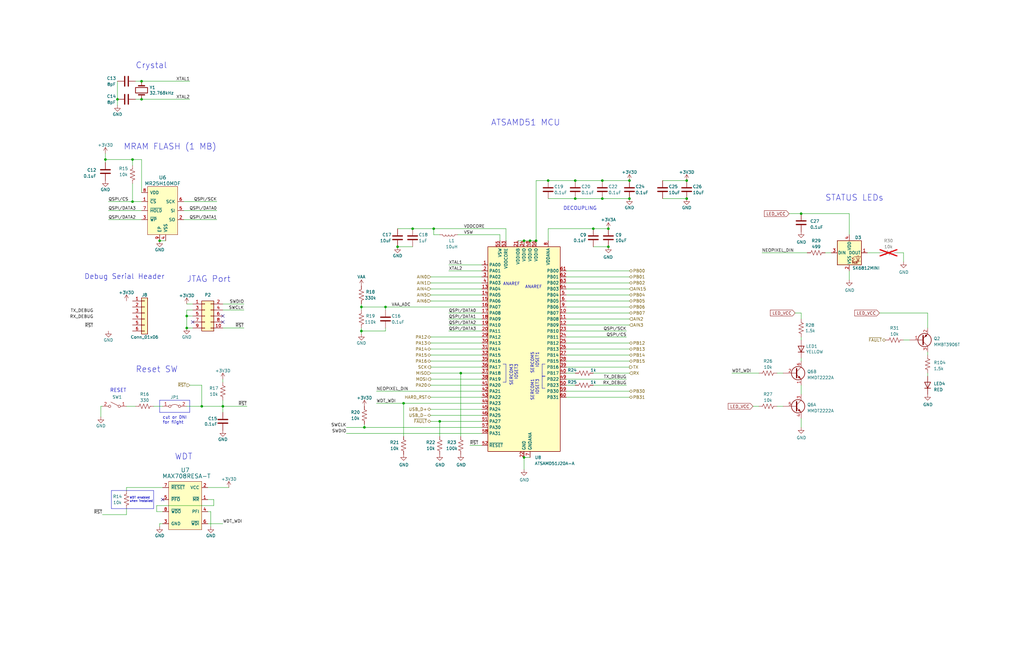
<source format=kicad_sch>
(kicad_sch (version 20230121) (generator eeschema)
  (paper "B")
  (junction (at 93.98 171.45))
  (junction (at 289.56 83.82))
  (junction (at 78.74 133.35))
  (junction (at 167.64 104.14))
  (junction (at 226.06 101.6))
  (junction (at 85.09 171.45))
  (junction (at 337.82 90.17))
  (junction (at 256.54 96.52))
  (junction (at 59.69 34.29))
  (junction (at 242.57 76.2))
  (junction (at 162.56 129.54))
  (junction (at 254 76.2))
  (junction (at 256.54 104.14))
  (junction (at 173.99 96.52))
  (junction (at 55.88 67.31))
  (junction (at 231.14 76.2))
  (junction (at 152.4 139.7))
  (junction (at 289.56 76.2))
  (junction (at 44.45 67.31))
  (junction (at 59.69 41.91))
  (junction (at 223.52 101.6))
  (junction (at 242.57 83.82))
  (junction (at 78.74 138.43))
  (junction (at 250.19 96.52))
  (junction (at 254 83.82))
  (junction (at 194.31 157.48))
  (junction (at 153.67 180.34))
  (junction (at 220.98 101.6))
  (junction (at 152.4 129.54))
  (junction (at 185.42 177.8))
  (junction (at 182.88 96.52))
  (junction (at 67.31 101.6))
  (junction (at 55.88 85.09))
  (junction (at 265.43 76.2))
  (junction (at 170.18 170.18))
  (junction (at 49.53 41.91))
  (junction (at 220.98 193.04))
  (junction (at 265.43 83.82))
  (no_connect (at 93.98 133.35))
  (no_connect (at 68.58 210.82))
  (no_connect (at 81.28 135.89))
  (no_connect (at 93.98 135.89))
  (wire (pts (xy 162.56 129.54) (xy 162.56 130.81)))
  (wire (pts (xy 181.61 175.26) (xy 203.2 175.26)))
  (wire (pts (xy 238.76 167.64) (xy 265.43 167.64)))
  (wire (pts (xy 337.82 151.13) (xy 337.82 152.4)))
  (polyline (pts (xy 67.31 168.91) (xy 80.01 168.91)))
  (wire (pts (xy 44.45 64.77) (xy 44.45 67.31)))
  (wire (pts (xy 242.57 76.2) (xy 254 76.2)))
  (wire (pts (xy 238.76 152.4) (xy 265.43 152.4)))
  (polyline (pts (xy 80.01 168.91) (xy 80.01 173.99)))
  (wire (pts (xy 93.98 138.43) (xy 102.87 138.43)))
  (wire (pts (xy 321.31 106.68) (xy 340.36 106.68)))
  (wire (pts (xy 238.76 165.1) (xy 265.43 165.1)))
  (wire (pts (xy 181.61 177.8) (xy 185.42 177.8)))
  (wire (pts (xy 223.52 101.6) (xy 226.06 101.6)))
  (wire (pts (xy 93.98 128.27) (xy 102.87 128.27)))
  (wire (pts (xy 279.4 76.2) (xy 289.56 76.2)))
  (polyline (pts (xy 228.6 153.67) (xy 228.6 157.48)))
  (wire (pts (xy 226.06 101.6) (xy 226.06 76.2)))
  (wire (pts (xy 43.18 217.17) (xy 53.34 217.17)))
  (wire (pts (xy 181.61 142.24) (xy 203.2 142.24)))
  (wire (pts (xy 152.4 139.7) (xy 152.4 140.97)))
  (wire (pts (xy 80.01 162.56) (xy 85.09 162.56)))
  (wire (pts (xy 238.76 147.32) (xy 265.43 147.32)))
  (wire (pts (xy 335.28 132.08) (xy 337.82 132.08)))
  (wire (pts (xy 55.88 85.09) (xy 59.69 85.09)))
  (wire (pts (xy 391.16 132.08) (xy 391.16 138.43)))
  (wire (pts (xy 332.74 90.17) (xy 337.82 90.17)))
  (wire (pts (xy 53.34 207.01) (xy 53.34 205.74)))
  (wire (pts (xy 173.99 96.52) (xy 167.64 96.52)))
  (wire (pts (xy 44.45 68.58) (xy 44.45 67.31)))
  (wire (pts (xy 220.98 193.04) (xy 220.98 198.12)))
  (wire (pts (xy 238.76 114.3) (xy 265.43 114.3)))
  (wire (pts (xy 381 143.51) (xy 383.54 143.51)))
  (polyline (pts (xy 228.6 163.83) (xy 229.87 163.83)))
  (wire (pts (xy 158.75 170.18) (xy 170.18 170.18)))
  (wire (pts (xy 238.76 149.86) (xy 265.43 149.86)))
  (wire (pts (xy 238.76 132.08) (xy 265.43 132.08)))
  (wire (pts (xy 250.19 157.48) (xy 265.43 157.48)))
  (wire (pts (xy 365.76 106.68) (xy 370.84 106.68)))
  (wire (pts (xy 55.88 77.47) (xy 55.88 85.09)))
  (wire (pts (xy 238.76 144.78) (xy 265.43 144.78)))
  (wire (pts (xy 182.88 96.52) (xy 213.36 96.52)))
  (wire (pts (xy 337.82 143.51) (xy 337.82 142.24)))
  (wire (pts (xy 88.9 215.9) (xy 87.63 215.9)))
  (wire (pts (xy 185.42 177.8) (xy 203.2 177.8)))
  (wire (pts (xy 53.34 205.74) (xy 68.58 205.74)))
  (wire (pts (xy 57.15 41.91) (xy 59.69 41.91)))
  (wire (pts (xy 238.76 162.56) (xy 242.57 162.56)))
  (polyline (pts (xy 228.6 162.56) (xy 228.6 163.83)))
  (wire (pts (xy 93.98 220.98) (xy 87.63 220.98)))
  (wire (pts (xy 93.98 160.02) (xy 93.98 161.29)))
  (polyline (pts (xy 67.31 173.99) (xy 80.01 173.99)))
  (wire (pts (xy 59.69 67.31) (xy 59.69 81.28)))
  (wire (pts (xy 181.61 116.84) (xy 203.2 116.84)))
  (wire (pts (xy 181.61 147.32) (xy 203.2 147.32)))
  (wire (pts (xy 391.16 157.48) (xy 391.16 158.75)))
  (wire (pts (xy 182.88 96.52) (xy 182.88 99.06)))
  (wire (pts (xy 55.88 67.31) (xy 55.88 69.85)))
  (wire (pts (xy 181.61 119.38) (xy 203.2 119.38)))
  (wire (pts (xy 67.31 220.98) (xy 67.31 222.25)))
  (wire (pts (xy 173.99 104.14) (xy 167.64 104.14)))
  (wire (pts (xy 231.14 83.82) (xy 242.57 83.82)))
  (wire (pts (xy 265.43 134.62) (xy 238.76 134.62)))
  (wire (pts (xy 181.61 124.46) (xy 203.2 124.46)))
  (wire (pts (xy 85.09 171.45) (xy 93.98 171.45)))
  (wire (pts (xy 170.18 184.15) (xy 170.18 170.18)))
  (polyline (pts (xy 228.6 158.75) (xy 229.87 158.75)))
  (wire (pts (xy 57.15 34.29) (xy 59.69 34.29)))
  (wire (pts (xy 327.66 157.48) (xy 330.2 157.48)))
  (wire (pts (xy 220.98 101.6) (xy 223.52 101.6)))
  (wire (pts (xy 213.36 101.6) (xy 213.36 96.52)))
  (wire (pts (xy 53.34 217.17) (xy 53.34 214.63)))
  (wire (pts (xy 181.61 160.02) (xy 203.2 160.02)))
  (wire (pts (xy 53.34 171.45) (xy 57.15 171.45)))
  (polyline (pts (xy 64.77 214.63) (xy 46.99 214.63)))
  (wire (pts (xy 66.04 215.9) (xy 66.04 213.36)))
  (wire (pts (xy 182.88 99.06) (xy 185.42 99.06)))
  (wire (pts (xy 238.76 119.38) (xy 265.43 119.38)))
  (wire (pts (xy 78.74 171.45) (xy 85.09 171.45)))
  (wire (pts (xy 78.74 130.81) (xy 78.74 133.35)))
  (wire (pts (xy 220.98 193.04) (xy 223.52 193.04)))
  (wire (pts (xy 378.46 106.68) (xy 381 106.68)))
  (wire (pts (xy 77.47 88.9) (xy 91.44 88.9)))
  (wire (pts (xy 210.82 99.06) (xy 210.82 101.6)))
  (wire (pts (xy 78.74 128.27) (xy 81.28 128.27)))
  (wire (pts (xy 250.19 96.52) (xy 256.54 96.52)))
  (wire (pts (xy 49.53 41.91) (xy 49.53 44.45)))
  (wire (pts (xy 45.72 92.71) (xy 59.69 92.71)))
  (polyline (pts (xy 46.99 214.63) (xy 46.99 207.01)))
  (wire (pts (xy 64.77 171.45) (xy 68.58 171.45)))
  (wire (pts (xy 146.05 180.34) (xy 153.67 180.34)))
  (wire (pts (xy 42.545 171.45) (xy 43.18 171.45)))
  (wire (pts (xy 45.72 88.9) (xy 59.69 88.9)))
  (wire (pts (xy 55.88 67.31) (xy 59.69 67.31)))
  (wire (pts (xy 256.54 104.14) (xy 250.19 104.14)))
  (wire (pts (xy 337.82 162.56) (xy 337.82 166.37)))
  (wire (pts (xy 90.17 213.36) (xy 90.17 210.82)))
  (wire (pts (xy 381 106.68) (xy 381 110.49)))
  (wire (pts (xy 66.04 215.9) (xy 68.58 215.9)))
  (wire (pts (xy 317.5 171.45) (xy 320.04 171.45)))
  (wire (pts (xy 78.74 133.35) (xy 81.28 133.35)))
  (wire (pts (xy 250.19 162.56) (xy 264.16 162.56)))
  (wire (pts (xy 67.31 101.6) (xy 69.85 101.6)))
  (polyline (pts (xy 228.6 158.75) (xy 228.6 162.56)))
  (wire (pts (xy 44.45 67.31) (xy 55.88 67.31)))
  (wire (pts (xy 181.61 121.92) (xy 203.2 121.92)))
  (wire (pts (xy 189.23 134.62) (xy 203.2 134.62)))
  (wire (pts (xy 238.76 157.48) (xy 242.57 157.48)))
  (wire (pts (xy 152.4 129.54) (xy 162.56 129.54)))
  (wire (pts (xy 81.28 130.81) (xy 78.74 130.81)))
  (wire (pts (xy 153.67 179.07) (xy 153.67 180.34)))
  (wire (pts (xy 370.84 132.08) (xy 391.16 132.08)))
  (wire (pts (xy 162.56 138.43) (xy 162.56 139.7)))
  (wire (pts (xy 181.61 152.4) (xy 203.2 152.4)))
  (wire (pts (xy 238.76 160.02) (xy 264.16 160.02)))
  (wire (pts (xy 238.76 154.94) (xy 265.43 154.94)))
  (wire (pts (xy 88.9 215.9) (xy 88.9 222.25)))
  (polyline (pts (xy 228.6 153.67) (xy 229.87 153.67)))
  (wire (pts (xy 170.18 170.18) (xy 203.2 170.18)))
  (polyline (pts (xy 228.6 158.75) (xy 229.87 158.75)))
  (wire (pts (xy 93.98 173.99) (xy 93.98 171.45)))
  (wire (pts (xy 279.4 83.82) (xy 289.56 83.82)))
  (wire (pts (xy 181.61 154.94) (xy 203.2 154.94)))
  (wire (pts (xy 358.14 90.17) (xy 358.14 99.06)))
  (wire (pts (xy 337.82 132.08) (xy 337.82 134.62)))
  (wire (pts (xy 238.76 116.84) (xy 265.43 116.84)))
  (wire (pts (xy 238.76 127) (xy 265.43 127)))
  (wire (pts (xy 152.4 138.43) (xy 152.4 139.7)))
  (wire (pts (xy 181.61 127) (xy 203.2 127)))
  (wire (pts (xy 238.76 124.46) (xy 265.43 124.46)))
  (wire (pts (xy 358.14 114.3) (xy 358.14 118.11)))
  (wire (pts (xy 198.12 187.96) (xy 203.2 187.96)))
  (wire (pts (xy 181.61 157.48) (xy 194.31 157.48)))
  (wire (pts (xy 152.4 129.54) (xy 152.4 130.81)))
  (polyline (pts (xy 212.09 161.29) (xy 213.36 161.29)))
  (wire (pts (xy 49.53 34.29) (xy 49.53 41.91)))
  (wire (pts (xy 238.76 129.54) (xy 265.43 129.54)))
  (wire (pts (xy 87.63 210.82) (xy 90.17 210.82)))
  (wire (pts (xy 93.98 168.91) (xy 93.98 171.45)))
  (wire (pts (xy 189.23 111.76) (xy 203.2 111.76)))
  (wire (pts (xy 189.23 132.08) (xy 203.2 132.08)))
  (wire (pts (xy 162.56 129.54) (xy 203.2 129.54)))
  (polyline (pts (xy 67.31 173.99) (xy 67.31 168.91)))
  (wire (pts (xy 78.74 138.43) (xy 81.28 138.43)))
  (wire (pts (xy 231.14 101.6) (xy 231.14 96.52)))
  (wire (pts (xy 308.61 157.48) (xy 320.04 157.48)))
  (wire (pts (xy 254 76.2) (xy 265.43 76.2)))
  (wire (pts (xy 87.63 205.74) (xy 96.52 205.74)))
  (wire (pts (xy 146.05 182.88) (xy 203.2 182.88)))
  (wire (pts (xy 93.98 130.81) (xy 102.87 130.81)))
  (wire (pts (xy 242.57 83.82) (xy 254 83.82)))
  (wire (pts (xy 78.74 133.35) (xy 78.74 138.43)))
  (wire (pts (xy 181.61 149.86) (xy 203.2 149.86)))
  (wire (pts (xy 181.61 167.64) (xy 203.2 167.64)))
  (wire (pts (xy 189.23 139.7) (xy 203.2 139.7)))
  (wire (pts (xy 189.23 114.3) (xy 203.2 114.3)))
  (polyline (pts (xy 212.09 153.67) (xy 213.36 153.67)))
  (wire (pts (xy 231.14 76.2) (xy 242.57 76.2)))
  (wire (pts (xy 181.61 172.72) (xy 203.2 172.72)))
  (wire (pts (xy 162.56 139.7) (xy 152.4 139.7)))
  (wire (pts (xy 185.42 177.8) (xy 185.42 184.15)))
  (wire (pts (xy 231.14 96.52) (xy 250.19 96.52)))
  (wire (pts (xy 337.82 90.17) (xy 358.14 90.17)))
  (wire (pts (xy 238.76 139.7) (xy 264.16 139.7)))
  (wire (pts (xy 218.44 101.6) (xy 220.98 101.6)))
  (polyline (pts (xy 46.99 207.01) (xy 64.77 207.01)))
  (wire (pts (xy 67.31 220.98) (xy 68.58 220.98)))
  (polyline (pts (xy 228.6 157.48) (xy 228.6 158.75)))
  (wire (pts (xy 45.72 85.09) (xy 55.88 85.09)))
  (wire (pts (xy 77.47 92.71) (xy 91.44 92.71)))
  (wire (pts (xy 254 83.82) (xy 265.43 83.82)))
  (wire (pts (xy 66.04 213.36) (xy 90.17 213.36)))
  (wire (pts (xy 42.545 171.45) (xy 42.545 175.895)))
  (wire (pts (xy 152.4 128.27) (xy 152.4 129.54)))
  (wire (pts (xy 158.75 165.1) (xy 203.2 165.1)))
  (wire (pts (xy 391.16 149.86) (xy 391.16 148.59)))
  (polyline (pts (xy 213.36 153.67) (xy 213.36 161.29)))
  (wire (pts (xy 181.61 162.56) (xy 203.2 162.56)))
  (wire (pts (xy 77.47 85.09) (xy 91.44 85.09)))
  (wire (pts (xy 59.69 34.29) (xy 80.01 34.29)))
  (wire (pts (xy 182.88 96.52) (xy 173.99 96.52)))
  (wire (pts (xy 347.98 106.68) (xy 350.52 106.68)))
  (wire (pts (xy 193.04 99.06) (xy 210.82 99.06)))
  (wire (pts (xy 153.67 180.34) (xy 203.2 180.34)))
  (wire (pts (xy 238.76 137.16) (xy 265.43 137.16)))
  (wire (pts (xy 189.23 137.16) (xy 203.2 137.16)))
  (polyline (pts (xy 64.77 207.01) (xy 64.77 214.63)))
  (wire (pts (xy 181.61 144.78) (xy 203.2 144.78)))
  (wire (pts (xy 59.69 41.91) (xy 80.01 41.91)))
  (wire (pts (xy 194.31 157.48) (xy 203.2 157.48)))
  (wire (pts (xy 226.06 76.2) (xy 231.14 76.2)))
  (wire (pts (xy 337.82 176.53) (xy 337.82 180.34)))
  (wire (pts (xy 85.09 162.56) (xy 85.09 171.45)))
  (wire (pts (xy 327.66 171.45) (xy 330.2 171.45)))
  (wire (pts (xy 238.76 142.24) (xy 264.16 142.24)))
  (wire (pts (xy 238.76 121.92) (xy 265.43 121.92)))
  (wire (pts (xy 194.31 157.48) (xy 194.31 184.15)))
  (wire (pts (xy 93.98 171.45) (xy 104.14 171.45)))
  (text "Reset SW" (at 57.15 157.48 0) (effects (font (size 2.54 2.54)) (justify left bottom)))
  (text "STATUS LEDs" (at 347.98 85.09 0) (effects (font (size 2.54 2.54)) (justify left bottom)))
  (text "Crystal" (at 57.15 29.21 0) (effects (font (size 2.54 2.54)) (justify left bottom)))
  (text "DECOUPLING\n" (at 237.49 88.9 0) (effects (font (size 1.4986 1.4986)) (justify left bottom)))
  (text "SERCOM5\nIOSET1" (at 227.33 148.59 90) (effects (font (size 1.27 1.27)) (justify right bottom)))
  (text "JTAG Port" (at 78.74 119.38 0) (effects (font (size 2.54 2.54)) (justify left bottom)))
  (text "RESET" (at 46.355 165.735 0) (effects (font (size 1.4986 1.4986)) (justify left bottom)))
  (text "ATSAMD51 MCU" (at 207.01 53.34 0) (effects (font (size 2.54 2.54)) (justify left bottom)))
  (text "MRAM FLASH (1 MB)" (at 52.07 63.5 0) (effects (font (size 2.54 2.54)) (justify left bottom)))
  (text "SERCOM1\nIOSET3" (at 227.33 160.02 90) (effects (font (size 1.27 1.27)) (justify right bottom)))
  (text "WDT" (at 73.66 194.31 0) (effects (font (size 2.54 2.54)) (justify left bottom)))
  (text "cut or DNI \nfor flight" (at 68.58 179.07 0) (effects (font (size 1.27 1.27)) (justify left bottom)))
  (text "ANAREF" (at 212.09 120.65 0) (effects (font (size 1.27 1.27)) (justify left bottom)))
  (text "WDT enabled\nwhen installed" (at 54.61 212.09 0) (effects (font (size 0.889 0.889)) (justify left bottom)))
  (text "SERCOM3\nIOSET3" (at 218.44 153.67 90) (effects (font (size 1.27 1.27)) (justify right bottom)))
  (text "ANAREF" (at 228.6 121.92 0) (effects (font (size 1.27 1.27)) (justify right bottom)))
  (text "Debug Serial Header" (at 35.56 118.11 0) (effects (font (size 2.159 2.159)) (justify left bottom)))
  (label "~{RST}" (at 43.18 217.17 180))
  (label "NEOPIXEL_DIN" (at 158.75 165.1 0))
  (label "QSPI{slash}CS" (at 45.72 85.09 0))
  (label "WDT_WDI" (at 93.98 220.98 0))
  (label "RX_DEBUG" (at 39.37 134.62 180))
  (label "WDT_WDI" (at 158.75 170.18 0))
  (label "~{RST}" (at 39.37 138.43 180))
  (label "WDT_WDI" (at 308.61 157.48 0))
  (label "XTAL1" (at 189.23 111.76 0))
  (label "QSPI{slash}DATA1" (at 91.44 92.71 180))
  (label "QSPI{slash}DATA0" (at 189.23 132.08 0))
  (label "~{RST}" (at 104.14 171.45 180))
  (label "VDDCORE" (at 195.58 96.52 0))
  (label "QSPI{slash}DATA3" (at 45.72 88.9 0))
  (label "XTAL2" (at 189.23 114.3 0))
  (label "~{RST}" (at 102.87 138.43 180))
  (label "SWDIO" (at 146.05 182.88 180))
  (label "QSPI{slash}DATA3" (at 189.23 139.7 0))
  (label "RX_DEBUG" (at 264.16 162.56 180))
  (label "QSPI{slash}DATA2" (at 45.72 92.71 0))
  (label "QSPI{slash}CS" (at 264.16 142.24 180))
  (label "XTAL1" (at 80.01 34.29 180))
  (label "SWDIO" (at 102.87 128.27 180))
  (label "XTAL2" (at 80.01 41.91 180))
  (label "VSW" (at 195.58 99.06 0))
  (label "QSPI{slash}DATA1" (at 189.23 134.62 0))
  (label "~{RST}" (at 198.12 187.96 0))
  (label "QSPI{slash}SCK" (at 91.44 85.09 180))
  (label "QSPI{slash}DATA0" (at 91.44 88.9 180))
  (label "VAA_ADC" (at 165.1 129.54 0))
  (label "SWCLK" (at 146.05 180.34 180))
  (label "SWCLK" (at 102.87 130.81 180))
  (label "TX_DEBUG" (at 39.37 132.08 180))
  (label "QSPI{slash}DATA2" (at 189.23 137.16 0))
  (label "NEOPIXEL_DIN" (at 321.31 106.68 0))
  (label "QSPI{slash}SCK" (at 264.16 139.7 180))
  (label "TX_DEBUG" (at 264.16 160.02 180))
  (global_label "LED_VCC" (shape input) (at 317.5 171.45 180) (property "Intersheetrefs" "${INTERSHEET_REFS}" (effects hide)))
  (global_label "LED_VCC" (shape input) (at 332.74 90.17 180) (property "Intersheetrefs" "${INTERSHEET_REFS}" (effects hide)))
  (global_label "LED_VCC" (shape input) (at 370.84 132.08 180) (property "Intersheetrefs" "${INTERSHEET_REFS}" (effects hide)))
  (global_label "LED_VCC" (shape input) (at 335.28 132.08 180) (property "Intersheetrefs" "${INTERSHEET_REFS}" (effects hide)))
  (hierarchical_label "PA12" (shape bidirectional) (at 181.61 142.24 180))
  (hierarchical_label "AIN4" (shape input) (at 181.61 121.92 180))
  (hierarchical_label "PB00" (shape bidirectional) (at 265.43 114.3 0))
  (hierarchical_label "RX" (shape input) (at 265.43 157.48 0))
  (hierarchical_label "AIN3" (shape input) (at 265.43 137.16 0))
  (hierarchical_label "PB05" (shape bidirectional) (at 265.43 127 0))
  (hierarchical_label "PA14" (shape bidirectional) (at 181.61 147.32 180))
  (hierarchical_label "PB31" (shape bidirectional) (at 265.43 167.64 0))
  (hierarchical_label "PB06" (shape bidirectional) (at 265.43 129.54 0))
  (hierarchical_label "PB30" (shape bidirectional) (at 265.43 165.1 0))
  (hierarchical_label "PB07" (shape bidirectional) (at 265.43 132.08 0))
  (hierarchical_label "~{FAULT}" (shape bidirectional) (at 373.38 143.51 180))
  (hierarchical_label "PB15" (shape bidirectional) (at 265.43 152.4 0))
  (hierarchical_label "PB04" (shape bidirectional) (at 265.43 124.46 0))
  (hierarchical_label "PB12" (shape bidirectional) (at 265.43 144.78 0))
  (hierarchical_label "SCK" (shape output) (at 181.61 154.94 180))
  (hierarchical_label "PA20" (shape bidirectional) (at 181.61 162.56 180))
  (hierarchical_label "USB_D+" (shape bidirectional) (at 181.61 172.72 180))
  (hierarchical_label "~{RST}" (shape input) (at 80.01 162.56 180))
  (hierarchical_label "PB14" (shape bidirectional) (at 265.43 149.86 0))
  (hierarchical_label "PA15" (shape bidirectional) (at 181.61 149.86 180))
  (hierarchical_label "MOSI" (shape output) (at 181.61 160.02 180))
  (hierarchical_label "PB02" (shape bidirectional) (at 265.43 119.38 0))
  (hierarchical_label "PB01" (shape bidirectional) (at 265.43 116.84 0))
  (hierarchical_label "PB13" (shape bidirectional) (at 265.43 147.32 0))
  (hierarchical_label "~{FAULT}" (shape bidirectional) (at 181.61 177.8 180))
  (hierarchical_label "USB_D-" (shape bidirectional) (at 181.61 175.26 180))
  (hierarchical_label "AIN15" (shape input) (at 265.43 121.92 0))
  (hierarchical_label "TX" (shape output) (at 265.43 154.94 0))
  (hierarchical_label "AIN1" (shape input) (at 181.61 119.38 180))
  (hierarchical_label "AIN0" (shape input) (at 181.61 116.84 180))
  (hierarchical_label "AIN2" (shape input) (at 265.43 134.62 0))
  (hierarchical_label "MISO" (shape input) (at 181.61 157.48 180))
  (hierarchical_label "PA13" (shape bidirectional) (at 181.61 144.78 180))
  (hierarchical_label "AIN5" (shape input) (at 181.61 124.46 180))
  (hierarchical_label "AIN6" (shape input) (at 181.61 127 180))
  (hierarchical_label "PA16" (shape bidirectional) (at 181.61 152.4 180))
  (hierarchical_label "HARD_RST" (shape bidirectional) (at 181.61 167.64 180))
  (symbol (lib_id "power:GND") (at 152.4 140.97 0) (mirror y) (unit 1)
    (property "Reference" "#PWR058" (effects hide))
    (property "Value" "GND" (at 152.4 144.78 0))
    (instances (project "magnetotorqer-drive-board" (path "" (reference "#PWR058") (unit 1))) (project "mainboard" (path "" (reference "#PWR029") (unit 1))))
  )
  (symbol (lib_id "Device:R_US") (at 377.19 143.51 270) (unit 1)
    (property "Reference" "R31" (at 377.19 138.43 90))
    (property "Value" "10k" (at 377.19 140.97 90))
    (property "Footprint" "Resistor_SMD:R_0402_1005Metric" (effects hide))
    (instances (project "magnetotorqer-drive-board" (path "" (reference "R31") (unit 1))) (project "mainboard" (path "" (reference "R5") (unit 1)) (path "" (reference "R39") (unit 1)) (path "" (reference "R281") (unit 1))))
  )
  (symbol (lib_id "Device:C") (at 167.64 100.33 0) (unit 1)
    (property "Reference" "C17" (at 165.1 99.06 0) (effects (justify right)))
    (property "Value" "10uF" (at 165.1 101.6 0) (effects (justify right)))
    (property "Footprint" "Capacitor_SMD:C_0805_2012Metric" (effects hide))
    (instances (project "magnetotorqer-drive-board" (path "" (reference "C17") (unit 1))) (project "mainboard" (path "" (reference "C23") (unit 1))))
  )
  (symbol (lib_id "Device:C") (at 279.4 80.01 0) (unit 1)
    (property "Reference" "C25" (at 281.94 78.74 0) (effects (justify left)))
    (property "Value" "10uF" (at 281.94 81.28 0) (effects (justify left)))
    (property "Footprint" "Capacitor_SMD:C_0805_2012Metric" (effects hide))
    (property "Mfr. Part No" "CGA4J1X7S1E106K125AE" (effects hide))
    (property "Manufacturer" "TDK" (effects hide))
    (property "Description" "CAP CER 10UF 25V X7S 0805" (effects hide))
    (instances (project "magnetotorqer-drive-board" (path "" (reference "C25") (unit 1))) (project "mainboard" (path "" (reference "C17") (unit 1))))
  )
  (symbol (lib_id "power:GND") (at 185.42 191.77 0) (unit 1)
    (property "Reference" "#PWR018" (effects hide))
    (property "Value" "GND" (at 185.547 196.1642 0))
    (instances (project "RP2040_minimal" (path "" (reference "#PWR018") (unit 1))) (project "magnetotorqer-drive-board" (path "" (reference "#PWR062") (unit 1))) (project "payload-interface-board" (path "" (reference "#PWR0101") (unit 1)) (path "" (reference "#PWR091") (unit 1))))
  )
  (symbol (lib_id "power:GND") (at 42.545 175.895 0) (unit 1)
    (property "Reference" "#PWR043" (effects hide))
    (property "Value" "GND" (at 42.545 179.705 0))
    (instances (project "magnetotorqer-drive-board" (path "" (reference "#PWR043") (unit 1))) (project "mainboard" (path "" (reference "#PWR025") (unit 1))) (project "payload-interface-board" (path "" (reference "#PWR0108") (unit 1)) (path "" (reference "#PWR088") (unit 1))))
  )
  (symbol (lib_id "Jumper:Jumper_2_Bridged") (at 73.66 171.45 0) (unit 1)
    (property "Reference" "JP1" (at 73.66 167.64 0))
    (property "Value" "Wire Cut Jumper" (effects hide))
    (property "Footprint" "Resistor_SMD:R_0603_1608Metric" (effects hide))
    (property "Mfr. Part No" "N/A" (effects hide))
    (property "Manufacturer" "N/A" (effects hide))
    (instances (project "magnetotorqer-drive-board" (path "" (reference "JP1") (unit 1))) (project "mainboard" (path "" (reference "JP1") (unit 1)) (path "" (reference "JP3") (unit 1))) (project "payload-interface-board" (path "" (reference "JP1") (unit 1)) (path "" (reference "JP3") (unit 1))))
  )
  (symbol (lib_id "Device:L") (at 189.23 99.06 270) (unit 1)
    (property "Reference" "L1" (at 190.5 101.6 90))
    (property "Value" "10uH" (at 190.5 104.14 90))
    (property "Footprint" "Inductor_SMD:L_1210_3225Metric" (effects hide))
    (property "Mfr. Part No" "BCL322520RT-100M-D" (effects hide))
    (property "Manufacturer" "TDK" (effects hide))
    (property "Description" "FIXED IND WW SHEILD 10UH 1.72A 230MOHM 1210" (effects hide))
  )
  (symbol (lib_id "Device:R_US") (at 246.38 157.48 90) (unit 1)
    (property "Reference" "R24" (at 241.3 156.21 90))
    (property "Value" "1k" (at 250.19 156.21 90))
    (property "Footprint" "Resistor_SMD:R_0603_1608Metric" (effects hide))
  )
  (symbol (lib_id "Device:R_US") (at 53.34 210.82 0) (mirror x) (unit 1)
    (property "Reference" "R14" (at 49.53 209.55 0))
    (property "Value" "10k" (at 49.53 212.09 0))
    (property "Footprint" "Resistor_SMD:R_0603_1608Metric" (effects hide))
    (instances (project "magnetotorqer-drive-board" (path "" (reference "R14") (unit 1))) (project "mainboard" (path "" (reference "R16") (unit 1))) (project "payload-interface-board" (path "" (reference "R16") (unit 1)) (path "" (reference "R122") (unit 1))))
  )
  (symbol (lib_id "power:GND") (at 67.31 101.6 0) (mirror y) (unit 1)
    (property "Reference" "#PWR049" (effects hide))
    (property "Value" "GND" (at 67.31 105.41 0))
    (instances (project "magnetotorqer-drive-board" (path "" (reference "#PWR049") (unit 1))) (project "mainboard" (path "" (reference "#PWR033") (unit 1))) (project "payload-interface-board" (path "" (reference "#PWR090") (unit 1)) (path "" (reference "#PWR083") (unit 1))))
  )
  (symbol (lib_id "Connector_Generic:Conn_02x05_Odd_Even") (at 86.36 133.35 0) (unit 1)
    (property "Reference" "P2" (at 87.63 124.46 0))
    (property "Value" "FTSH-105-01-F-DV-K-TR" (effects hide))
    (property "Footprint" "Connector_PinHeader_1.27mm:PinHeader_2x05_P1.27mm_Vertical_SMD" (effects hide))
    (property "Mfr. Part No" "FTSH-105-01-F-DV-K-TR" (effects hide))
    (property "Manufacturer" "Samtec" (effects hide))
    (property "Description" "CONN HEADER SMD 10POS 1.27MM" (effects hide))
    (instances (project "magnetotorqer-drive-board" (path "" (reference "P2") (unit 1))) (project "mainboard" (path "" (reference "P3") (unit 1))))
  )
  (symbol (lib_id "SierraLobo:+3V3D") (at 289.56 76.2 0) (unit 1)
    (property "Reference" "#PWR069" (effects hide))
    (property "Value" "+3V3D" (at 289.56 72.644 0))
    (instances (project "magnetotorqer-drive-board" (path "" (reference "#PWR069") (unit 1))) (project "mainboard" (path "" (reference "#SUPPLY012") (unit 1))))
  )
  (symbol (lib_id "Device:C") (at 242.57 80.01 0) (unit 1)
    (property "Reference" "C20" (at 245.11 78.74 0) (effects (justify left)))
    (property "Value" "0.1uF" (at 245.11 81.28 0) (effects (justify left)))
    (property "Footprint" "Capacitor_SMD:C_0603_1608Metric" (effects hide))
    (property "Mfr. Part No" "CGA2B3X7R1H104K050BE" (effects hide))
    (property "Manufacturer" "TDK" (effects hide))
    (property "Description" "CAP CER 0.1UF 50V X7R 0402" (effects hide))
    (instances (project "magnetotorqer-drive-board" (path "" (reference "C20") (unit 1))) (project "mainboard" (path "" (reference "C9") (unit 1))))
  )
  (symbol (lib_id "Device:R_US") (at 391.16 153.67 180) (unit 1)
    (property "Reference" "R104" (at 393.7 153.035 0) (effects (justify right)))
    (property "Value" "1.5k" (at 393.7 155.575 0) (effects (justify right)))
    (property "Footprint" "Resistor_SMD:R_0402_1005Metric" (effects hide))
    (instances (project "magnetotorqer-drive-board" (path "" (reference "R104") (unit 1)) (path "" (reference "R32") (unit 1))) (project "mainboard" (path "" (reference "R44") (unit 1)) (path "" (reference "R168") (unit 1))))
  )
  (symbol (lib_id "Device:R_US") (at 344.17 106.68 270) (unit 1)
    (property "Reference" "R29" (at 344.17 101.6 90))
    (property "Value" "499" (at 344.17 104.14 90))
    (property "Footprint" "Resistor_SMD:R_0603_1608Metric" (effects hide))
    (instances (project "magnetotorqer-drive-board" (path "" (reference "R29") (unit 1))) (project "payload-interface-board" (path "" (reference "R14") (unit 1)) (path "" (reference "R14") (unit 1)) (path "" (reference "R123") (unit 1))))
  )
  (symbol (lib_id "power:GND") (at 78.74 138.43 0) (unit 1)
    (property "Reference" "#PWR052" (effects hide))
    (property "Value" "GND" (at 78.74 142.24 0))
    (instances (project "magnetotorqer-drive-board" (path "" (reference "#PWR052") (unit 1))) (project "mainboard" (path "" (reference "#PWR038") (unit 1))))
  )
  (symbol (lib_id "Device:R_US") (at 323.85 171.45 270) (unit 1)
    (property "Reference" "R27" (at 323.85 166.37 90))
    (property "Value" "10k" (at 323.85 168.91 90))
    (property "Footprint" "Resistor_SMD:R_0402_1005Metric" (effects hide))
    (instances (project "magnetotorqer-drive-board" (path "" (reference "R27") (unit 1))) (project "mainboard" (path "" (reference "R5") (unit 1)) (path "" (reference "R39") (unit 1)) (path "" (reference "R281") (unit 1))))
  )
  (symbol (lib_id "SierraLobo:+3V3D") (at 44.45 64.77 0) (unit 1)
    (property "Reference" "#PWR044" (effects hide))
    (property "Value" "+3V3D" (at 44.45 61.214 0))
    (instances (project "magnetotorqer-drive-board" (path "" (reference "#PWR044") (unit 1))) (project "mainboard" (path "" (reference "#SUPPLY018") (unit 1))))
  )
  (symbol (lib_id "Device:R_US") (at 170.18 187.96 0) (unit 1)
    (property "Reference" "R21" (at 166.37 186.69 0))
    (property "Value" "10k" (at 166.37 189.23 0))
    (property "Footprint" "Resistor_SMD:R_0603_1608Metric" (effects hide))
    (instances (project "magnetotorqer-drive-board" (path "" (reference "R21") (unit 1))) (project "mainboard" (path "" (reference "R7") (unit 1))) (project "payload-interface-board" (path "" (reference "R7") (unit 1)) (path "" (reference "R103") (unit 1))))
  )
  (symbol (lib_id "Device:R_US") (at 152.4 134.62 0) (mirror y) (unit 1)
    (property "Reference" "R19" (at 156.21 133.35 0))
    (property "Value" "110k" (at 156.21 135.89 0))
    (property "Footprint" "Resistor_SMD:R_0603_1608Metric" (effects hide))
    (instances (project "magnetotorqer-drive-board" (path "" (reference "R19") (unit 1))) (project "mainboard" (path "" (reference "R7") (unit 1))) (project "payload-interface-board" (path "" (reference "R7") (unit 1)) (path "" (reference "R103") (unit 1))))
  )
  (symbol (lib_id "SierraLobo:MR25H10MDF") (at 68.58 78.74 0) (mirror y) (unit 1)
    (property "Reference" "U6" (at 68.58 74.93 0) (effects (font (size 1.4986 1.4986))))
    (property "Value" "MR25H10MDF" (at 68.58 77.47 0) (effects (font (size 1.4986 1.4986))))
    (property "Footprint" "Package_DFN_QFN:DFN-8-1EP_6x5mm_P1.27mm_EP2x2mm" (effects hide))
    (property "Manufacturer" "Everspin Technologies Inc." (effects hide))
    (property "Mfr. Part No" "MR25H10MDF" (effects hide))
    (property "Description" "IC RAM 1MBIT SPI 40MHZ 8DFN" (effects hide))
    (instances (project "magnetotorqer-drive-board" (path "" (reference "U6") (unit 1))) (project "payload-interface-board" (path "" (reference "U16") (unit 1)) (path "" (reference "U16") (unit 1))))
  )
  (symbol (lib_id "power:GND") (at 381 110.49 0) (unit 1)
    (property "Reference" "#PWR074" (effects hide))
    (property "Value" "GND" (at 381.127 114.8842 0))
    (instances (project "magnetotorqer-drive-board" (path "" (reference "#PWR074") (unit 1))) (project "payload-interface-board" (path "" (reference "#PWR031") (unit 1)) (path "" (reference "#PWR0119") (unit 1)) (path "" (reference "#PWR0103") (unit 1))))
  )
  (symbol (lib_id "power:GND") (at 45.72 139.7 0) (unit 1)
    (property "Reference" "#PWR046" (effects hide))
    (property "Value" "GND" (at 45.72 143.51 0))
    (instances (project "magnetotorqer-drive-board" (path "" (reference "#PWR046") (unit 1))) (project "mainboard" (path "" (reference "#PWR038") (unit 1))))
  )
  (symbol (lib_id "SierraLobo:MAX708RESA-T") (at 85.09 203.2 0) (mirror y) (unit 1)
    (property "Reference" "U7" (at 80.01 199.39 0) (effects (font (size 1.7526 1.7526)) (justify left bottom)))
    (property "Value" "MAX708RESA-T" (at 88.9 201.93 0) (effects (font (size 1.7526 1.7526)) (justify left bottom)))
    (property "Footprint" "Package_SO:SO-8_3.9x4.9mm_P1.27mm" (effects hide))
    (property "Mfr. Part No" "MAX708RESA-T" (effects hide))
    (property "Manufacturer" "Analog Devices/Maxim Integrated" (effects hide))
    (property "Description" "IC SUPERVISOR 1 CHANNEL 8SOIC" (effects hide))
    (instances (project "magnetotorqer-drive-board" (path "" (reference "U7") (unit 1))) (project "mainboard" (path "" (reference "U6") (unit 1))) (project "payload-interface-board" (path "" (reference "U6") (unit 1)) (path "" (reference "U19") (unit 1))))
  )
  (symbol (lib_id "Device:C") (at 254 80.01 0) (unit 1)
    (property "Reference" "C22" (at 256.54 78.74 0) (effects (justify left)))
    (property "Value" "0.1uF" (at 256.54 81.28 0) (effects (justify left)))
    (property "Footprint" "Capacitor_SMD:C_0603_1608Metric" (effects hide))
    (property "Mfr. Part No" "CGA2B3X7R1H104K050BE" (effects hide))
    (property "Manufacturer" "TDK" (effects hide))
    (property "Description" "CAP CER 0.1UF 50V X7R 0402" (effects hide))
    (instances (project "magnetotorqer-drive-board" (path "" (reference "C22") (unit 1))) (project "mainboard" (path "" (reference "C10") (unit 1))))
  )
  (symbol (lib_id "power:GND") (at 391.16 166.37 0) (unit 1)
    (property "Reference" "#PWR018" (effects hide))
    (property "Value" "GND" (at 391.287 170.7642 0))
    (instances (project "RP2040_minimal" (path "" (reference "#PWR018") (unit 1))) (project "magnetotorqer-drive-board" (path "" (reference "#PWR075") (unit 1))) (project "payload-interface-board" (path "" (reference "#PWR0101") (unit 1)) (path "" (reference "#PWR091") (unit 1))))
  )
  (symbol (lib_id "Device:R_US") (at 374.65 106.68 270) (unit 1) (dnp yes)
    (property "Reference" "R30" (at 374.65 101.6 90))
    (property "Value" "10k" (at 374.65 104.14 90))
    (property "Footprint" "Resistor_SMD:R_0603_1608Metric" (effects hide))
    (instances (project "magnetotorqer-drive-board" (path "" (reference "R30") (unit 1))) (project "payload-interface-board" (path "" (reference "R14") (unit 1)) (path "" (reference "R14") (unit 1)) (path "" (reference "R123") (unit 1))))
  )
  (symbol (lib_id "Device:R_US") (at 246.38 162.56 90) (unit 1)
    (property "Reference" "R25" (at 241.3 161.29 90))
    (property "Value" "1k" (at 250.19 161.29 90))
    (property "Footprint" "Resistor_SMD:R_0603_1608Metric" (effects hide))
  )
  (symbol (lib_id "power:GND") (at 256.54 104.14 0) (mirror y) (unit 1)
    (property "Reference" "#PWR018" (effects hide))
    (property "Value" "GND" (at 256.413 108.5342 0))
    (instances (project "RP2040_minimal" (path "" (reference "#PWR018") (unit 1))) (project "magnetotorqer-drive-board" (path "" (reference "#PWR066") (unit 1))) (project "payload-interface-board" (path "" (reference "#PWR083") (unit 1)) (path "" (reference "#PWR084") (unit 1))))
  )
  (symbol (lib_id "power:GND") (at 167.64 104.14 0) (mirror y) (unit 1)
    (property "Reference" "#PWR060" (effects hide))
    (property "Value" "GND" (at 167.64 107.95 0))
    (instances (project "magnetotorqer-drive-board" (path "" (reference "#PWR060") (unit 1))) (project "mainboard" (path "" (reference "#PWR029") (unit 1))))
  )
  (symbol (lib_id "Device:R_US") (at 185.42 187.96 0) (unit 1)
    (property "Reference" "R22" (at 181.61 186.69 0))
    (property "Value" "10k" (at 181.61 189.23 0))
    (property "Footprint" "Resistor_SMD:R_0603_1608Metric" (effects hide))
    (instances (project "magnetotorqer-drive-board" (path "" (reference "R22") (unit 1))) (project "mainboard" (path "" (reference "R7") (unit 1))) (project "payload-interface-board" (path "" (reference "R7") (unit 1)) (path "" (reference "R103") (unit 1))))
  )
  (symbol (lib_id "Device:R_US") (at 153.67 175.26 0) (unit 1)
    (property "Reference" "R20" (at 149.86 173.99 0))
    (property "Value" "10k" (at 149.86 176.53 0))
    (property "Footprint" "Resistor_SMD:R_0603_1608Metric" (effects hide))
    (instances (project "magnetotorqer-drive-board" (path "" (reference "R20") (unit 1))) (project "mainboard" (path "" (reference "R7") (unit 1))) (project "payload-interface-board" (path "" (reference "R7") (unit 1)) (path "" (reference "R103") (unit 1))))
  )
  (symbol (lib_id "Device:R_US") (at 323.85 157.48 270) (unit 1)
    (property "Reference" "R26" (at 323.85 152.4 90))
    (property "Value" "10k" (at 323.85 154.94 90))
    (property "Footprint" "Resistor_SMD:R_0402_1005Metric" (effects hide))
    (instances (project "magnetotorqer-drive-board" (path "" (reference "R26") (unit 1))) (project "mainboard" (path "" (reference "R5") (unit 1)) (path "" (reference "R39") (unit 1)) (path "" (reference "R281") (unit 1))))
  )
  (symbol (lib_id "SierraLobo:+3V3D") (at 78.74 128.27 0) (unit 1)
    (property "Reference" "#PWR051" (effects hide))
    (property "Value" "+3V3D" (at 78.74 124.714 0))
    (instances (project "magnetotorqer-drive-board" (path "" (reference "#PWR051") (unit 1))) (project "mainboard" (path "" (reference "#SUPPLY018") (unit 1))))
  )
  (symbol (lib_id "Device:C") (at 53.34 41.91 270) (mirror x) (unit 1)
    (property "Reference" "C14" (at 46.99 40.64 90))
    (property "Value" "8pF" (at 46.99 43.18 90))
    (property "Footprint" "Capacitor_SMD:C_0603_1608Metric" (effects hide))
    (property "Mfr. Part No" "CGA2B2NP01H080D050BA" (effects hide))
    (property "Manufacturer" "TDK" (effects hide))
    (property "Description" "CAP CER 8PF 50V NP0 0402" (effects hide))
    (instances (project "magnetotorqer-drive-board" (path "" (reference "C14") (unit 1))) (project "mainboard" (path "" (reference "C24") (unit 1))))
  )
  (symbol (lib_id "Device:C") (at 231.14 80.01 0) (unit 1)
    (property "Reference" "C19" (at 233.68 78.74 0) (effects (justify left)))
    (property "Value" "0.1uF" (at 233.68 81.28 0) (effects (justify left)))
    (property "Footprint" "Capacitor_SMD:C_0603_1608Metric" (effects hide))
    (property "Mfr. Part No" "CGA2B3X7R1H104K050BE" (effects hide))
    (property "Manufacturer" "TDK" (effects hide))
    (property "Description" "CAP CER 0.1UF 50V X7R 0402" (effects hide))
    (instances (project "magnetotorqer-drive-board" (path "" (reference "C19") (unit 1))) (project "mainboard" (path "" (reference "C8") (unit 1))))
  )
  (symbol (lib_id "power:GND") (at 88.9 222.25 0) (mirror y) (unit 1)
    (property "Reference" "#PWR053" (effects hide))
    (property "Value" "GND" (at 88.9 226.06 0))
    (instances (project "magnetotorqer-drive-board" (path "" (reference "#PWR053") (unit 1))) (project "mainboard" (path "" (reference "#PWR040") (unit 1))) (project "payload-interface-board" (path "" (reference "#PWR0118") (unit 1)) (path "" (reference "#PWR097") (unit 1))))
  )
  (symbol (lib_id "Connector_Generic:Conn_01x06") (at 60.96 132.08 0) (unit 1)
    (property "Reference" "J8" (at 60.96 124.46 0))
    (property "Value" "Conn_01x06" (at 60.96 142.24 0))
    (property "Footprint" "Connector_PinHeader_2.54mm:PinHeader_1x06_P2.54mm_Vertical_SMD_Pin1Right" (effects hide))
    (instances (project "magnetotorqer-drive-board" (path "" (reference "J8") (unit 1))) (project "mainboard" (path "" (reference "P2") (unit 1))))
  )
  (symbol (lib_id "power:GND") (at 44.45 76.2 0) (mirror y) (unit 1)
    (property "Reference" "#PWR045" (effects hide))
    (property "Value" "GND" (at 44.45 80.01 0))
    (instances (project "magnetotorqer-drive-board" (path "" (reference "#PWR045") (unit 1))) (project "mainboard" (path "" (reference "#PWR033") (unit 1))) (project "payload-interface-board" (path "" (reference "#PWR085") (unit 1)) (path "" (reference "#PWR076") (unit 1))))
  )
  (symbol (lib_id "power:GND") (at 49.53 44.45 0) (unit 1)
    (property "Reference" "#PWR047" (effects hide))
    (property "Value" "GND" (at 49.53 48.26 0))
    (instances (project "magnetotorqer-drive-board" (path "" (reference "#PWR047") (unit 1))) (project "mainboard" (path "" (reference "#PWR030") (unit 1))))
  )
  (symbol (lib_id "Device:C") (at 289.56 80.01 0) (unit 1)
    (property "Reference" "C26" (at 292.1 78.74 0) (effects (justify left)))
    (property "Value" "10uF" (at 292.1 81.28 0) (effects (justify left)))
    (property "Footprint" "Capacitor_SMD:C_0805_2012Metric" (effects hide))
    (property "Mfr. Part No" "CGA4J1X7S1E106K125AE" (effects hide))
    (property "Manufacturer" "TDK" (effects hide))
    (property "Description" "CAP CER 10UF 25V X7S 0805" (effects hide))
    (instances (project "magnetotorqer-drive-board" (path "" (reference "C26") (unit 1))) (project "mainboard" (path "" (reference "C18") (unit 1))))
  )
  (symbol (lib_id "MCU_Microchip_SAMD:ATSAMD51J20A-A") (at 220.98 147.32 0) (unit 1)
    (property "Reference" "U8" (at 225.4759 193.04 0) (effects (justify left)))
    (property "Value" "ATSAMD51J20A-A" (at 225.4759 195.58 0) (effects (justify left)))
    (property "Footprint" "Package_QFP:TQFP-64_10x10mm_P0.5mm" (effects hide))
    (property "Datasheet" "http://ww1.microchip.com/downloads/en/DeviceDoc/60001507E.pdf" (effects hide))
  )
  (symbol (lib_id "Device:C") (at 93.98 177.8 0) (mirror x) (unit 1)
    (property "Reference" "C15" (at 91.6432 176.6316 0) (effects (justify right)))
    (property "Value" "0.1uF" (at 91.6432 178.943 0) (effects (justify right)))
    (property "Footprint" "Capacitor_SMD:C_0603_1608Metric" (effects hide))
    (property "Mfr. Part No" "CGA2B3X7R1H104K050BE" (effects hide))
    (property "Manufacturer" "TDK" (effects hide))
    (property "Description" "CAP CER 0.1UF 50V X7R 0402" (effects hide))
    (instances (project "magnetotorqer-drive-board" (path "" (reference "C15") (unit 1))) (project "mainboard" (path "" (reference "C12") (unit 1))) (project "payload-interface-board" (path "" (reference "C12") (unit 1)) (path "" (reference "C50") (unit 1))))
  )
  (symbol (lib_id "Device:D") (at 337.82 147.32 90) (unit 1)
    (property "Reference" "LED1" (at 339.852 146.1516 90) (effects (justify right)))
    (property "Value" "YELLOW" (at 339.852 148.463 90) (effects (justify right)))
    (property "Footprint" "SierraLobo:APA2107x" (effects hide))
    (property "Sim.Device" "D" (effects hide))
    (property "Sim.Pins" "1=K 2=A" (effects hide))
    (property "Mfr. Part No" "APA2107SYCK" (effects hide))
    (property "Manufacturer" "Kingbright" (effects hide))
    (property "Description" "LED YELLOW CLEAR SMD R/A" (effects hide))
    (instances (project "magnetotorqer-drive-board" (path "" (reference "LED1") (unit 1))) (project "mainboard" (path "" (reference "LED8") (unit 1))))
  )
  (symbol (lib_id "Device:C") (at 265.43 80.01 0) (unit 1)
    (property "Reference" "C24" (at 267.97 78.74 0) (effects (justify left)))
    (property "Value" "0.1uF" (at 267.97 81.28 0) (effects (justify left)))
    (property "Footprint" "Capacitor_SMD:C_0603_1608Metric" (effects hide))
    (property "Mfr. Part No" "CGA2B3X7R1H104K050BE" (effects hide))
    (property "Manufacturer" "TDK" (effects hide))
    (property "Description" "CAP CER 0.1UF 50V X7R 0402" (effects hide))
    (instances (project "magnetotorqer-drive-board" (path "" (reference "C24") (unit 1))) (project "mainboard" (path "" (reference "C11") (unit 1))))
  )
  (symbol (lib_id "power:GND") (at 220.98 198.12 0) (unit 1)
    (property "Reference" "#PWR018" (effects hide))
    (property "Value" "GND" (at 221.107 202.5142 0))
    (instances (project "RP2040_minimal" (path "" (reference "#PWR018") (unit 1))) (project "magnetotorqer-drive-board" (path "" (reference "#PWR064") (unit 1))) (project "payload-interface-board" (path "" (reference "#PWR0101") (unit 1)) (path "" (reference "#PWR091") (unit 1))))
  )
  (symbol (lib_id "Device:C") (at 337.82 93.98 0) (unit 1)
    (property "Reference" "C27" (at 341.63 93.345 0) (effects (justify left)))
    (property "Value" "0.1uF" (at 341.63 95.885 0) (effects (justify left)))
    (property "Footprint" "Capacitor_SMD:C_0603_1608Metric" (effects hide))
    (property "Description" "CAP CER 0.1UF 50V X7R 0402" (effects hide))
    (property "Manufacturer" "TDK" (effects hide))
    (property "Mfr. Part No" "CGA2B3X7R1H104K050BE" (effects hide))
    (instances (project "magnetotorqer-drive-board" (path "" (reference "C27") (unit 1))) (project "payload-interface-board" (path "" (reference "C8") (unit 1)) (path "" (reference "C8") (unit 1)) (path "" (reference "C54") (unit 1))))
  )
  (symbol (lib_id "LED:SK6812MINI") (at 358.14 106.68 0) (unit 1)
    (property "Reference" "D3" (at 363.22 100.965 0) (effects (justify right bottom)))
    (property "Value" "SK6812MINI" (at 359.41 112.395 0) (effects (justify left top)))
    (property "Footprint" "LED_SMD:LED_SK6812MINI_PLCC4_3.5x3.5mm_P1.75mm" (effects hide))
    (property "Datasheet" "https://cdn-shop.adafruit.com/product-files/2686/SK6812MINI_REV.01-1-2.pdf" (effects hide))
    (instances (project "magnetotorqer-drive-board" (path "" (reference "D3") (unit 1))) (project "backplane" (path "" (reference "D208") (unit 1))) (project "payload-interface-board" (path "" (reference "D2") (unit 1)) (path "" (reference "D208") (unit 1)) (path "" (reference "D10") (unit 1))))
  )
  (symbol (lib_id "Device:Q_PNP_BEC") (at 388.62 143.51 0) (mirror x) (unit 1)
    (property "Reference" "Q2" (at 393.7 142.875 0) (effects (justify left)))
    (property "Value" "MMBT3906T" (at 393.7 145.415 0) (effects (justify left)))
    (property "Footprint" "Package_TO_SOT_SMD:SOT-523" (effects hide))
    (property "Datasheet" "https://www.diodes.com/assets/Datasheets/ds30271.pdf" (effects hide))
    (property "Mfr. Part No" "MMBT3906T-7-F" (effects hide))
    (property "Manufacturer" "Diodes Incorporated" (effects hide))
    (property "Description" "TRANS PNP 40V 0.2A SOT523" (effects hide))
    (instances (project "magnetotorqer-drive-board" (path "" (reference "Q2") (unit 1))) (project "mainboard" (path "" (reference "Q76") (unit 1)) (path "" (reference "Q53") (unit 1)) (path "" (reference "Q54") (unit 1)) (path "" (reference "Q55") (unit 1)) (path "" (reference "Q52") (unit 1))))
  )
  (symbol (lib_id "Device:R_US") (at 152.4 124.46 0) (mirror y) (unit 1)
    (property "Reference" "R18" (at 156.21 123.19 0))
    (property "Value" "330k" (at 156.21 125.73 0))
    (property "Footprint" "Resistor_SMD:R_0603_1608Metric" (effects hide))
    (instances (project "magnetotorqer-drive-board" (path "" (reference "R18") (unit 1))) (project "mainboard" (path "" (reference "R7") (unit 1))) (project "payload-interface-board" (path "" (reference "R7") (unit 1)) (path "" (reference "R103") (unit 1))))
  )
  (symbol (lib_id "Device:C") (at 173.99 100.33 180) (unit 1)
    (property "Reference" "C18" (at 176.53 99.06 0) (effects (justify right)))
    (property "Value" "1uF" (at 176.53 101.6 0) (effects (justify right)))
    (property "Footprint" "Capacitor_SMD:C_0805_2012Metric" (effects hide))
    (instances (project "magnetotorqer-drive-board" (path "" (reference "C18") (unit 1))) (project "mainboard" (path "" (reference "C22") (unit 1))))
  )
  (symbol (lib_id "SierraLobo:+3V3D") (at 93.98 160.02 0) (unit 1)
    (property "Reference" "#PWR022" (effects hide))
    (property "Value" "+3V3D" (at 93.98 156.464 0))
    (instances (project "magnetotorqer-drive-board" (path "" (reference "#PWR022") (unit 1)) (path "" (reference "#PWR054") (unit 1))))
  )
  (symbol (lib_id "Device:R_US") (at 60.96 171.45 90) (unit 1)
    (property "Reference" "R16" (at 60.96 166.37 90))
    (property "Value" "330" (at 60.96 168.91 90))
    (property "Footprint" "Resistor_SMD:R_0603_1608Metric" (effects hide))
    (instances (project "magnetotorqer-drive-board" (path "" (reference "R16") (unit 1))) (project "mainboard" (path "" (reference "R9") (unit 1))) (project "payload-interface-board" (path "" (reference "R9") (unit 1)) (path "" (reference "R108") (unit 1))))
  )
  (symbol (lib_id "Device:R_US") (at 337.82 138.43 0) (unit 1)
    (property "Reference" "R28" (at 339.5472 137.2616 0) (effects (justify left)))
    (property "Value" "1.5k" (at 339.5472 139.573 0) (effects (justify left)))
    (property "Footprint" "Resistor_SMD:R_0402_1005Metric" (effects hide))
    (property "Mfr. Part No" "RMCF0402FT1K50" (effects hide))
    (property "Manufacturer" "Stackpole Electronics" (effects hide))
    (property "Description" "RES 1.5K OHM 1% 1/16W 0402" (effects hide))
    (instances (project "magnetotorqer-drive-board" (path "" (reference "R28") (unit 1))) (project "mainboard" (path "" (reference "R277") (unit 1))))
  )
  (symbol (lib_id "Device:R_US") (at 194.31 187.96 0) (unit 1)
    (property "Reference" "R23" (at 190.5 186.69 0))
    (property "Value" "100k" (at 190.5 189.23 0))
    (property "Footprint" "Resistor_SMD:R_0603_1608Metric" (effects hide))
    (instances (project "magnetotorqer-drive-board" (path "" (reference "R23") (unit 1))) (project "mainboard" (path "" (reference "R7") (unit 1))) (project "payload-interface-board" (path "" (reference "R7") (unit 1)) (path "" (reference "R103") (unit 1))))
  )
  (symbol (lib_id "power:GND") (at 170.18 191.77 0) (unit 1)
    (property "Reference" "#PWR018" (effects hide))
    (property "Value" "GND" (at 170.307 196.1642 0))
    (instances (project "RP2040_minimal" (path "" (reference "#PWR018") (unit 1))) (project "magnetotorqer-drive-board" (path "" (reference "#PWR061") (unit 1))) (project "payload-interface-board" (path "" (reference "#PWR0101") (unit 1)) (path "" (reference "#PWR091") (unit 1))))
  )
  (symbol (lib_id "Device:C") (at 162.56 134.62 0) (unit 1)
    (property "Reference" "C16" (at 165.1 133.35 0) (effects (justify left)))
    (property "Value" "0.1uF" (at 165.1 135.89 0) (effects (justify left)))
    (property "Footprint" "Capacitor_SMD:C_0603_1608Metric" (effects hide))
    (property "Mfr. Part No" "CGA2B3X7R1H104K050BE" (effects hide))
    (property "Manufacturer" "TDK" (effects hide))
    (property "Description" "CAP CER 0.1UF 50V X7R 0402" (effects hide))
    (instances (project "magnetotorqer-drive-board" (path "" (reference "C16") (unit 1))) (project "mainboard" (path "" (reference "C8") (unit 1))))
  )
  (symbol (lib_id "SierraLobo:MMDT2222") (at 335.28 157.48 0) (unit 2)
    (property "Reference" "Q6" (at 340.36 156.845 0) (effects (justify left)))
    (property "Value" "MMDT2222A" (at 340.36 159.385 0) (effects (justify left)))
    (property "Footprint" "Package_TO_SOT_SMD:SOT-363_SC-70-6" (effects hide))
    (property "Datasheet" "https://www.diodes.com/assets/Datasheets/ds30125.pdf" (effects hide))
    (instances (project "magnetotorqer-drive-board" (path "" (reference "Q6") (unit 2)) (path "" (reference "Q1") (unit 2))))
  )
  (symbol (lib_id "Device:R_US") (at 93.98 165.1 0) (unit 1)
    (property "Reference" "R17" (at 90.17 163.83 0))
    (property "Value" "10k" (at 90.17 166.37 0))
    (property "Footprint" "Resistor_SMD:R_0603_1608Metric" (effects hide))
    (instances (project "magnetotorqer-drive-board" (path "" (reference "R17") (unit 1))) (project "mainboard" (path "" (reference "R7") (unit 1))) (project "payload-interface-board" (path "" (reference "R7") (unit 1)) (path "" (reference "R103") (unit 1))))
  )
  (symbol (lib_id "SierraLobo:+3V3D") (at 153.67 171.45 0) (unit 1)
    (property "Reference" "#PWR022" (effects hide))
    (property "Value" "+3V3D" (at 153.67 167.894 0))
    (instances (project "magnetotorqer-drive-board" (path "" (reference "#PWR022") (unit 1)) (path "" (reference "#PWR059") (unit 1))))
  )
  (symbol (lib_id "power:GND") (at 194.31 191.77 0) (unit 1)
    (property "Reference" "#PWR018" (effects hide))
    (property "Value" "GND" (at 194.437 196.1642 0))
    (instances (project "RP2040_minimal" (path "" (reference "#PWR018") (unit 1))) (project "magnetotorqer-drive-board" (path "" (reference "#PWR063") (unit 1))) (project "payload-interface-board" (path "" (reference "#PWR0101") (unit 1)) (path "" (reference "#PWR091") (unit 1))))
  )
  (symbol (lib_id "SierraLobo:MMDT2222") (at 335.28 171.45 0) (unit 1)
    (property "Reference" "Q6" (at 340.36 170.815 0) (effects (justify left)))
    (property "Value" "MMDT2222A" (at 340.36 173.355 0) (effects (justify left)))
    (property "Footprint" "Package_TO_SOT_SMD:SOT-363_SC-70-6" (effects hide))
    (property "Datasheet" "https://www.diodes.com/assets/Datasheets/ds30125.pdf" (effects hide))
    (instances (project "magnetotorqer-drive-board" (path "" (reference "Q6") (unit 1)) (path "" (reference "Q1") (unit 1))))
  )
  (symbol (lib_id "power:GND") (at 67.31 222.25 0) (mirror y) (unit 1)
    (property "Reference" "#PWR050" (effects hide))
    (property "Value" "GND" (at 67.31 226.06 0))
    (instances (project "magnetotorqer-drive-board" (path "" (reference "#PWR050") (unit 1))) (project "mainboard" (path "" (reference "#PWR039") (unit 1))) (project "payload-interface-board" (path "" (reference "#PWR0117") (unit 1)) (path "" (reference "#PWR096") (unit 1))))
  )
  (symbol (lib_id "SierraLobo:+3V3D") (at 265.43 76.2 0) (unit 1)
    (property "Reference" "#PWR067" (effects hide))
    (property "Value" "+3V3D" (at 265.43 72.644 0))
    (instances (project "magnetotorqer-drive-board" (path "" (reference "#PWR067") (unit 1))) (project "mainboard" (path "" (reference "#SUPPLY09") (unit 1))))
  )
  (symbol (lib_id "power:GND") (at 337.82 180.34 0) (unit 1)
    (property "Reference" "#PWR018" (effects hide))
    (property "Value" "GND" (at 337.947 184.7342 0))
    (instances (project "RP2040_minimal" (path "" (reference "#PWR018") (unit 1))) (project "magnetotorqer-drive-board" (path "" (reference "#PWR072") (unit 1))) (project "payload-interface-board" (path "" (reference "#PWR0101") (unit 1)) (path "" (reference "#PWR091") (unit 1))))
  )
  (symbol (lib_id "SierraLobo:+3V3A") (at 256.54 96.52 0) (unit 1)
    (property "Reference" "#PWR065" (effects hide))
    (property "Value" "+3V3A" (at 256.54 92.71 0))
  )
  (symbol (lib_id "power:GND") (at 358.14 118.11 0) (unit 1)
    (property "Reference" "#PWR073" (effects hide))
    (property "Value" "GND" (at 358.267 122.5042 0))
    (instances (project "magnetotorqer-drive-board" (path "" (reference "#PWR073") (unit 1))) (project "payload-interface-board" (path "" (reference "#PWR031") (unit 1)) (path "" (reference "#PWR0119") (unit 1)) (path "" (reference "#PWR0103") (unit 1))))
  )
  (symbol (lib_id "Device:C") (at 256.54 100.33 0) (unit 1)
    (property "Reference" "C9" (at 259.461 99.1616 0) (effects (justify left)))
    (property "Value" "10uF" (at 259.461 101.473 0) (effects (justify left)))
    (property "Footprint" "Capacitor_SMD:C_0805_2012Metric" (effects hide))
    (instances (project "RP2040_minimal" (path "" (reference "C9") (unit 1))) (project "magnetotorqer-drive-board" (path "" (reference "C23") (unit 1))) (project "payload-interface-board" (path "" (reference "C9") (unit 1)) (path "" (reference "C47") (unit 1))))
  )
  (symbol (lib_id "Device:C") (at 53.34 34.29 270) (mirror x) (unit 1)
    (property "Reference" "C13" (at 46.99 33.02 90))
    (property "Value" "8pF" (at 46.99 35.56 90))
    (property "Footprint" "Capacitor_SMD:C_0603_1608Metric" (effects hide))
    (property "Mfr. Part No" "CGA2B2NP01H080D050BA" (effects hide))
    (property "Manufacturer" "TDK" (effects hide))
    (property "Description" "CAP CER 8PF 50V NP0 0402" (effects hide))
    (instances (project "magnetotorqer-drive-board" (path "" (reference "C13") (unit 1))) (project "mainboard" (path "" (reference "C21") (unit 1))))
  )
  (symbol (lib_id "power:VAA") (at 152.4 120.65 0) (unit 1)
    (property "Reference" "#PWR024" (effects hide))
    (property "Value" "VAA" (at 152.4 116.84 0))
    (instances (project "magnetotorqer-drive-board" (path "" (reference "#PWR024") (unit 1)) (path "" (reference "#PWR024") (unit 1)) (path "" (reference "#PWR057") (unit 1))))
  )
  (symbol (lib_id "power:GND") (at 289.56 83.82 0) (unit 1)
    (property "Reference" "#PWR070" (effects hide))
    (property "Value" "GND" (at 289.56 87.63 0))
    (instances (project "magnetotorqer-drive-board" (path "" (reference "#PWR070") (unit 1))) (project "mainboard" (path "" (reference "#PWR027") (unit 1))))
  )
  (symbol (lib_id "Device:D") (at 391.16 162.56 90) (unit 1)
    (property "Reference" "LED4" (at 393.7 161.925 90) (effects (justify right)))
    (property "Value" "RED" (at 393.7 164.465 90) (effects (justify right)))
    (property "Footprint" "SierraLobo:APA2107x" (effects hide))
    (property "Sim.Device" "D" (effects hide))
    (property "Sim.Pins" "1=K 2=A" (effects hide))
    (property "Mfr. Part No" "APA2107LSECK" (effects hide))
    (property "Manufacturer" "Kingbright" (effects hide))
    (property "Description" "LED RED CLEAR SMD R/A" (effects hide))
    (instances (project "magnetotorqer-drive-board" (path "" (reference "LED4") (unit 1)) (path "" (reference "LED2") (unit 1))) (project "mainboard" (path "" (reference "LED11") (unit 1))))
  )
  (symbol (lib_id "Device:R_US") (at 55.88 73.66 0) (mirror x) (unit 1)
    (property "Reference" "R15" (at 52.07 71.12 0))
    (property "Value" "10k" (at 52.07 73.66 0))
    (property "Footprint" "Resistor_SMD:R_0603_1608Metric" (effects hide))
    (instances (project "magnetotorqer-drive-board" (path "" (reference "R15") (unit 1))) (project "mainboard" (path "" (reference "R10") (unit 1))) (project "payload-interface-board" (path "" (reference "R10") (unit 1)) (path "" (reference "R78") (unit 1))))
  )
  (symbol (lib_id "SierraLobo:+3V3D") (at 96.52 205.74 0) (unit 1)
    (property "Reference" "#PWR022" (effects hide))
    (property "Value" "+3V3D" (at 96.52 202.184 0))
    (instances (project "magnetotorqer-drive-board" (path "" (reference "#PWR022") (unit 1)) (path "" (reference "#PWR056") (unit 1))))
  )
  (symbol (lib_id "Device:Crystal") (at 59.69 38.1 270) (unit 1)
    (property "Reference" "Y1" (at 63.0174 36.9316 90) (effects (justify left)))
    (property "Value" "32.768kHz" (at 63.0174 39.243 90) (effects (justify left)))
    (property "Footprint" "SierraLobo:Crystal_SMD_3215-2Pin_3.2x1.5mm" (effects hide))
    (property "Datasheet" "https://abracon.com/datasheets/ABS07AIG.pdf" (effects hide))
    (property "Mfr. Part No" "ABS07AIG-32.768KHZ-1-T" (effects hide))
    (property "Manufacturer" "Abracon" (effects hide))
    (property "Description" "CRYSTAL 32.7680KHZ 12.5PF SMD" (effects hide))
  )
  (symbol (lib_id "SierraLobo:+3V3D") (at 53.34 127 0) (unit 1)
    (property "Reference" "#PWR048" (effects hide))
    (property "Value" "+3V3D" (at 53.34 123.444 0))
    (instances (project "magnetotorqer-drive-board" (path "" (reference "#PWR048") (unit 1))) (project "mainboard" (path "" (reference "#SUPPLY017") (unit 1))))
  )
  (symbol (lib_id "Device:C") (at 250.19 100.33 0) (mirror y) (unit 1)
    (property "Reference" "C9" (at 247.269 99.1616 0) (effects (justify left)))
    (property "Value" "0.1uF" (at 247.269 101.473 0) (effects (justify left)))
    (property "Footprint" "Capacitor_SMD:C_0603_1608Metric" (effects hide))
    (property "Description" "CAP CER 0.1UF 50V X7R 0402" (effects hide))
    (property "Manufacturer" "TDK" (effects hide))
    (property "Mfr. Part No" "CGA2B3X7R1H104K050BE" (effects hide))
    (instances (project "RP2040_minimal" (path "" (reference "C9") (unit 1))) (project "magnetotorqer-drive-board" (path "" (reference "C21") (unit 1))) (project "payload-interface-board" (path "" (reference "C9") (unit 1)) (path "" (reference "C47") (unit 1))))
  )
  (symbol (lib_id "Device:C") (at 44.45 72.39 0) (unit 1)
    (property "Reference" "C12" (at 40.64 71.755 0) (effects (justify right)))
    (property "Value" "0.1uF" (at 40.64 74.295 0) (effects (justify right)))
    (property "Footprint" "Capacitor_SMD:C_0603_1608Metric" (effects hide))
    (property "Mfr. Part No" "CGA2B3X7R1H104K050BE" (effects hide))
    (property "Manufacturer" "TDK" (effects hide))
    (property "Description" "CAP CER 0.1UF 50V X7R 0402" (effects hide))
    (instances (project "magnetotorqer-drive-board" (path "" (reference "C12") (unit 1))) (project "mainboard" (path "" (reference "C25") (unit 1))) (project "payload-interface-board" (path "" (reference "C25") (unit 1)) (path "" (reference "C33") (unit 1))))
  )
  (symbol (lib_id "power:GND") (at 93.98 181.61 0) (unit 1)
    (property "Reference" "#PWR055" (effects hide))
    (property "Value" "GND" (at 93.98 185.42 0))
    (instances (project "magnetotorqer-drive-board" (path "" (reference "#PWR055") (unit 1))) (project "mainboard" (path "" (reference "#PWR026") (unit 1))) (project "payload-interface-board" (path "" (reference "#PWR0111") (unit 1)) (path "" (reference "#PWR089") (unit 1))))
  )
  (symbol (lib_id "power:GND") (at 337.82 97.79 0) (unit 1)
    (property "Reference" "#PWR071" (effects hide))
    (property "Value" "GND" (at 337.947 102.1842 0))
    (instances (project "magnetotorqer-drive-board" (path "" (reference "#PWR071") (unit 1))) (project "payload-interface-board" (path "" (reference "#PWR029") (unit 1)) (path "" (reference "#PWR0112") (unit 1)) (path "" (reference "#PWR098") (unit 1))))
  )
  (symbol (lib_id "Switch:SW_SPST") (at 48.26 171.45 0) (mirror y) (unit 1)
    (property "Reference" "SW1" (at 51.435 168.275 0) (effects (justify left bottom)))
    (property "Value" "KMR231NG LFS" (effects hide))
    (property "Footprint" "SierraLobo:KMR2_4.6X2.8" (effects hide))
    (property "Mfr. Part No" "KMR231NG LFS" (effects hide))
    (property "Manufacturer" "C&K" (effects hide))
    (property "Description" "Tactile Switch SPST-NO Top Actuated Surface Mount" (effects hide))
    (instances (project "magnetotorqer-drive-board" (path "" (reference "SW1") (unit 1))) (project "mainboard" (path "" (reference "SW2") (unit 1)) (path "" (reference "SW1") (unit 1))) (project "payload-interface-board" (path "" (reference "SW2") (unit 1)) (path "" (reference "SW2") (unit 1))))
  )
  (symbol (lib_id "power:GND") (at 265.43 83.82 0) (unit 1)
    (property "Reference" "#PWR068" (effects hide))
    (property "Value" "GND" (at 265.43 87.63 0))
    (instances (project "magnetotorqer-drive-board" (path "" (reference "#PWR068") (unit 1))) (project "mainboard" (path "" (reference "#PWR024") (unit 1))))
  )
)
</source>
